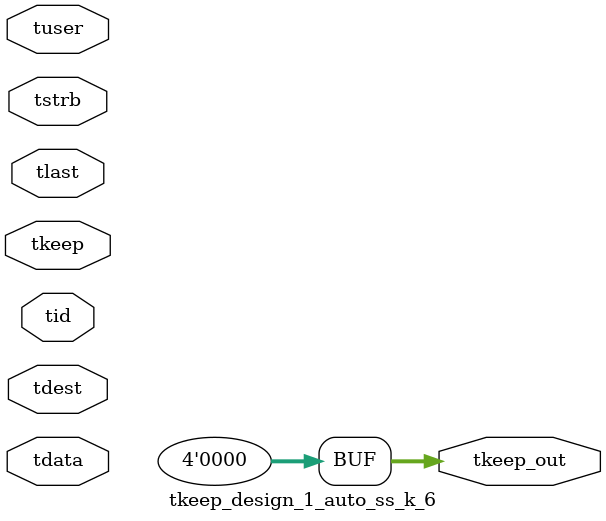
<source format=v>


`timescale 1ps/1ps

module tkeep_design_1_auto_ss_k_6 #
(
parameter C_S_AXIS_TDATA_WIDTH = 32,
parameter C_S_AXIS_TUSER_WIDTH = 0,
parameter C_S_AXIS_TID_WIDTH   = 0,
parameter C_S_AXIS_TDEST_WIDTH = 0,
parameter C_M_AXIS_TDATA_WIDTH = 32
)
(
input  [(C_S_AXIS_TDATA_WIDTH == 0 ? 1 : C_S_AXIS_TDATA_WIDTH)-1:0     ] tdata,
input  [(C_S_AXIS_TUSER_WIDTH == 0 ? 1 : C_S_AXIS_TUSER_WIDTH)-1:0     ] tuser,
input  [(C_S_AXIS_TID_WIDTH   == 0 ? 1 : C_S_AXIS_TID_WIDTH)-1:0       ] tid,
input  [(C_S_AXIS_TDEST_WIDTH == 0 ? 1 : C_S_AXIS_TDEST_WIDTH)-1:0     ] tdest,
input  [(C_S_AXIS_TDATA_WIDTH/8)-1:0 ] tkeep,
input  [(C_S_AXIS_TDATA_WIDTH/8)-1:0 ] tstrb,
input                                                                    tlast,
output [(C_M_AXIS_TDATA_WIDTH/8)-1:0 ] tkeep_out
);

assign tkeep_out = {1'b0};

endmodule


</source>
